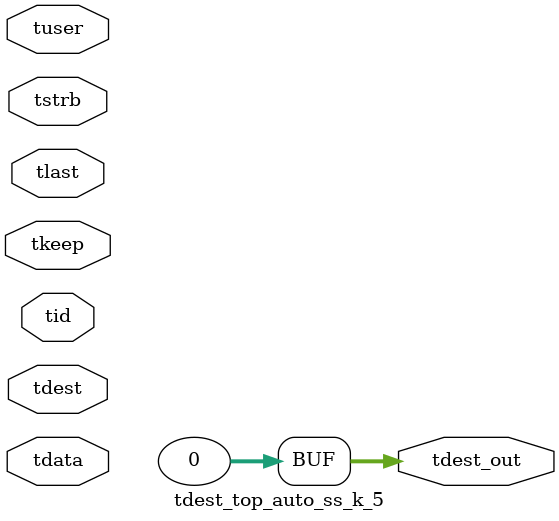
<source format=v>


`timescale 1ps/1ps

module tdest_top_auto_ss_k_5 #
(
parameter C_S_AXIS_TDATA_WIDTH = 32,
parameter C_S_AXIS_TUSER_WIDTH = 0,
parameter C_S_AXIS_TID_WIDTH   = 0,
parameter C_S_AXIS_TDEST_WIDTH = 0,
parameter C_M_AXIS_TDEST_WIDTH = 32
)
(
input  [(C_S_AXIS_TDATA_WIDTH == 0 ? 1 : C_S_AXIS_TDATA_WIDTH)-1:0     ] tdata,
input  [(C_S_AXIS_TUSER_WIDTH == 0 ? 1 : C_S_AXIS_TUSER_WIDTH)-1:0     ] tuser,
input  [(C_S_AXIS_TID_WIDTH   == 0 ? 1 : C_S_AXIS_TID_WIDTH)-1:0       ] tid,
input  [(C_S_AXIS_TDEST_WIDTH == 0 ? 1 : C_S_AXIS_TDEST_WIDTH)-1:0     ] tdest,
input  [(C_S_AXIS_TDATA_WIDTH/8)-1:0 ] tkeep,
input  [(C_S_AXIS_TDATA_WIDTH/8)-1:0 ] tstrb,
input                                                                    tlast,
output [C_M_AXIS_TDEST_WIDTH-1:0] tdest_out
);

assign tdest_out = {1'b0};

endmodule


</source>
